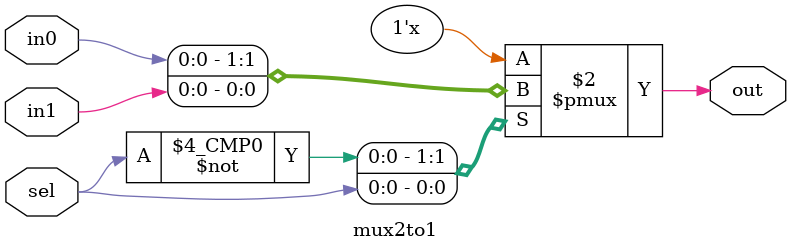
<source format=sv>
module mux2to1 (
	input in0, in1, sel,
	output out
);

always_comb 
begin
	case(sel) 
		1'b0: out = in0;
		1'b1: out = in1;
	endcase 
end

endmodule 
</source>
